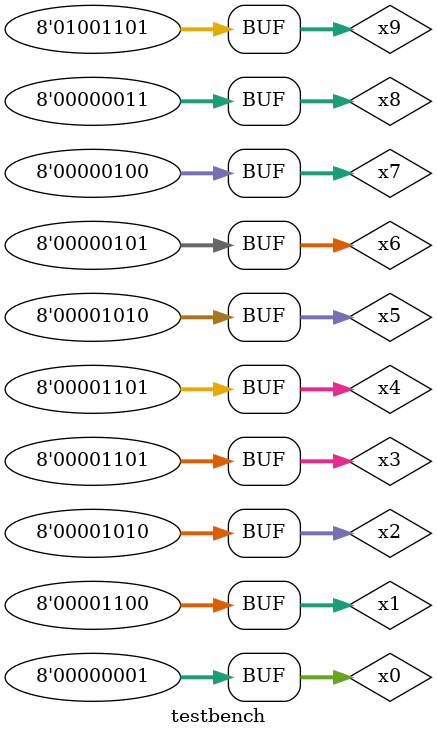
<source format=sv>
`timescale 1ns / 1ps


 
module testbench;
    logic [7:0] x0, x1, x2, x3, x4, x5, x6, x7, x8, x9, max_num;
    logic [3:0] ind_max;
 
    // ñîçäàíèå ýêçåìïëÿðà 
    arg_max_struct DUT(.x0(x0), .x1(x1), .x2(x2), .x3(x3), .x4(x4), .x5(x5), .x6(x6), .x7(x7), .x8(x8), .x9(x9), .ind_max(ind_max), .max_num(max_num)); 
//    arg_max_behav DUT(.x0(x0), .x1(x1), .x2(x2), .x3(x3), .x4(x4), .x5(x5), .x6(x6), .x7(x7), .x8(x8), .x9(x9), .ind_max(ind_max), .max_num(max_num));
    
    initial begin 
//    $printtimescale(testbench); 
//    for (int i=0; i<3; i++) begin 
//        $display("Iteration %2d", i[1:0]); 
//        x0 = $random(); 
//        x1 = $random(); 
//        x2 = $random(); 
//        x3 = $random(); 
//        x4 = $random(); 
//        x5 = $random(); 
//        x6 = $random(); 
//        x7 = $random(); 
//        x8 = $random(); 
//        x9 = $random(); 
//        #10; 
//    end  
//    $display("Test passed!"); 
//    $stop; 

        x0 = 8'b0000_0001; 
        x1 = 8'b1000_1111; 
        x2 = 8'b0100_1001; 
        x3 = 8'b0000_1001; 
        x4 = 8'b1000_1111; 
        x5 = 8'b0100_1001; 
        x6 = 8'b1111_0001; 
        x7 = 8'b1001_1111; 
        x8 = 8'b0110_1001; 
        x9 = 8'b0100_1101; 
        #10; // çàäåðæêà 10 íñ
        
        x0 = 8'b0000_0101; 
        x1 = 8'b1000_1011; 
        x2 = 8'b1100_0001; 
        x3 = 8'b0001_1000; 
        x4 = 8'b0001_0110; 
        x5 = 8'b0100_1101; 
        x6 = 8'b0110_0001; 
        x7 = 8'b1001_1001; 
        x8 = 8'b1000_1011; 
        x9 = 8'b0100_1001; 
        #10; // çàäåðæêà 10 íñ
        
        x0 = 8'b1011_0101; 
        x1 = 8'b1000_1101; 
        x2 = 8'b0100_1101; 
        x3 = 8'b0000_1111; 
        x4 = 8'b1000_1110; 
        x5 = 8'b0100_1010; 
        x6 = 8'b0000_0011; 
        x7 = 8'b1001_1110; 
        x8 = 8'b0110_0110; 
        x9 = 8'b0110_1101; 
        #10; // çàäåðæêà 10 íñ
        
        x0 = 8'b0000_0001; 
        x1 = 8'b0000_1100; 
        x2 = 8'b0000_1010; 
        x3 = 8'b0000_1101; 
        x4 = 8'b0000_1101; 
        x5 = 8'b0000_1010; 
        x6 = 8'b0000_0101; 
        x7 = 8'b0000_0100; 
        x8 = 8'b0000_0011; 
        x9 = 8'b0100_1101; 
        #10; // çàäåðæêà 10 íñ

end 
endmodule
</source>
